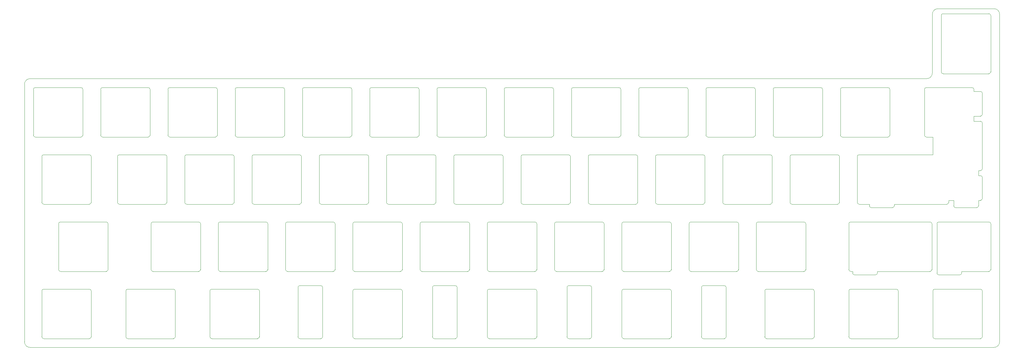
<source format=gm1>
%TF.GenerationSoftware,KiCad,Pcbnew,(5.1.4)-1*%
%TF.CreationDate,2023-05-14T00:20:17+08:00*%
%TF.ProjectId,plate,706c6174-652e-46b6-9963-61645f706362,rev?*%
%TF.SameCoordinates,Original*%
%TF.FileFunction,Profile,NP*%
%FSLAX46Y46*%
G04 Gerber Fmt 4.6, Leading zero omitted, Abs format (unit mm)*
G04 Created by KiCad (PCBNEW (5.1.4)-1) date 2023-05-14 00:20:17*
%MOMM*%
%LPD*%
G04 APERTURE LIST*
%ADD10C,0.050000*%
G04 APERTURE END LIST*
D10*
X273700000Y-17128124D02*
G75*
G02X273200000Y-17628124I-500000J0D01*
G01*
X260200000Y-17628124D02*
X273200000Y-17628124D01*
X260200000Y-17628124D02*
G75*
G02X259700000Y-17128124I0J500000D01*
G01*
X259700000Y-1128124D02*
X259700000Y-17128124D01*
X259700000Y-1128124D02*
G75*
G02X260200000Y-628124I500000J0D01*
G01*
X273200000Y-628124D02*
X260200000Y-628124D01*
X273200000Y-628124D02*
G75*
G02X273700000Y-1128124I0J-500000D01*
G01*
X273700000Y-17128124D02*
X273700000Y-1128124D01*
X10168750Y-59675000D02*
X23168750Y-59675000D01*
X9668749Y-60174999D02*
G75*
G02X10168750Y-59675000I500000J-1D01*
G01*
X9668750Y-73175000D02*
X9668749Y-60175000D01*
X10168750Y-73675000D02*
G75*
G02X9668750Y-73175000I0J500000D01*
G01*
X23168750Y-73675000D02*
X10168750Y-73675000D01*
X23668750Y-73175000D02*
G75*
G02X23168750Y-73675000I-500000J0D01*
G01*
X23668750Y-60175000D02*
X23668750Y-73175000D01*
X23168750Y-59675000D02*
G75*
G02X23668750Y-60175000I0J-500000D01*
G01*
X66531250Y-79225000D02*
X66531250Y-92225000D01*
X66031251Y-78724999D02*
G75*
G02X66531250Y-79225000I-1J-500000D01*
G01*
X53031250Y-78725000D02*
X66031250Y-78725000D01*
X52531250Y-79225000D02*
G75*
G02X53031250Y-78725000I500000J0D01*
G01*
X52531250Y-92225000D02*
X52531250Y-79225000D01*
X53031250Y-92725000D02*
G75*
G02X52531250Y-92225000I0J500000D01*
G01*
X66031250Y-92725000D02*
X53031250Y-92725000D01*
X66531250Y-92225000D02*
G75*
G02X66031250Y-92725000I-500000J0D01*
G01*
X87462500Y-59675000D02*
G75*
G02X87962500Y-60175000I0J-500000D01*
G01*
X87962500Y-73175000D02*
X87962500Y-60175000D01*
X87962500Y-73175000D02*
G75*
G02X87462500Y-73675000I-500000J0D01*
G01*
X74462500Y-73675000D02*
X87462500Y-73675000D01*
X74462500Y-73675000D02*
G75*
G02X73962500Y-73175000I0J500000D01*
G01*
X73962500Y-60175000D02*
X73962500Y-73175000D01*
X73962500Y-60174998D02*
G75*
G02X74462500Y-59675000I499999J-1D01*
G01*
X87462500Y-59675000D02*
X74462500Y-59675000D01*
X209693750Y-79225000D02*
G75*
G02X210193750Y-78725000I500000J0D01*
G01*
X223193750Y-78725000D02*
X210193750Y-78725000D01*
X223193751Y-78724999D02*
G75*
G02X223693750Y-79225000I-1J-500000D01*
G01*
X223693750Y-92225000D02*
X223693750Y-79225000D01*
X223693750Y-92225000D02*
G75*
G02X223193750Y-92725000I-500000J0D01*
G01*
X210193750Y-92725000D02*
X223193750Y-92725000D01*
X210193749Y-92724999D02*
G75*
G02X209693750Y-92225000I0J499999D01*
G01*
X209693750Y-79225000D02*
X209693750Y-92225000D01*
X93012499Y-73175000D02*
X93012499Y-60175000D01*
X93512500Y-73675001D02*
G75*
G02X93012499Y-73175000I0J500001D01*
G01*
X106512500Y-73675000D02*
X93512500Y-73675000D01*
X107012500Y-73175000D02*
G75*
G02X106512500Y-73675000I-500000J0D01*
G01*
X107012500Y-60175000D02*
X107012500Y-73175000D01*
X106512501Y-59674999D02*
G75*
G02X107012500Y-60175000I-1J-500000D01*
G01*
X93512500Y-59675000D02*
X106512500Y-59674999D01*
X93012499Y-60174999D02*
G75*
G02X93512500Y-59675000I500000J-1D01*
G01*
X198287500Y-40625000D02*
X211287500Y-40625000D01*
X197787500Y-41125000D02*
G75*
G02X198287500Y-40625000I500000J0D01*
G01*
X197787500Y-54125000D02*
X197787500Y-41125000D01*
X198287499Y-54624999D02*
G75*
G02X197787500Y-54125000I0J499999D01*
G01*
X211287500Y-54625000D02*
X198287500Y-54624999D01*
X211787501Y-54124999D02*
G75*
G02X211287500Y-54625000I-500001J0D01*
G01*
X211787500Y-41125000D02*
X211787500Y-54125000D01*
X211287501Y-40624999D02*
G75*
G02X211787500Y-41125000I-1J-500000D01*
G01*
X54912500Y-60175000D02*
G75*
G02X55412500Y-59675000I500000J0D01*
G01*
X68412500Y-59675000D02*
X55412500Y-59675000D01*
X68412501Y-59674999D02*
G75*
G02X68912500Y-60175000I-1J-500000D01*
G01*
X68912500Y-73175000D02*
X68912500Y-60175000D01*
X68912500Y-73175000D02*
G75*
G02X68412500Y-73675000I-500000J0D01*
G01*
X55412500Y-73675000D02*
X68412500Y-73675000D01*
X55412500Y-73675000D02*
G75*
G02X54912500Y-73175000I0J500000D01*
G01*
X54912500Y-60175000D02*
X54912500Y-73175000D01*
X270818751Y-78724999D02*
G75*
G02X271318750Y-79225000I-1J-500000D01*
G01*
X271318750Y-92225000D02*
X271318750Y-79225000D01*
X271318750Y-92225000D02*
G75*
G02X270818750Y-92725000I-500000J0D01*
G01*
X257818750Y-92725000D02*
X270818750Y-92725000D01*
X257818750Y-92725000D02*
G75*
G02X257318750Y-92225000I0J500000D01*
G01*
X257318750Y-79225000D02*
X257318750Y-92225000D01*
X257318750Y-79225000D02*
G75*
G02X257818750Y-78725000I500000J0D01*
G01*
X270818750Y-78725000D02*
X257818750Y-78725000D01*
X2524999Y-22074999D02*
G75*
G02X3025000Y-21575000I500000J-1D01*
G01*
X16024999Y-21574999D02*
X3025000Y-21575000D01*
X16024999Y-21574999D02*
G75*
G02X16525000Y-22075000I0J-500001D01*
G01*
X16524999Y-35075000D02*
X16525000Y-22075000D01*
X16524999Y-35075000D02*
G75*
G02X16024999Y-35575000I-500000J0D01*
G01*
X3024999Y-35575000D02*
X16024999Y-35575000D01*
X3024999Y-35575000D02*
G75*
G02X2524999Y-35075000I0J500000D01*
G01*
X2524999Y-22075000D02*
X2524999Y-35075000D01*
X198262500Y-92725000D02*
X192262500Y-92725000D01*
X198762500Y-92225000D02*
G75*
G02X198262500Y-92725000I-500000J0D01*
G01*
X198762500Y-78225000D02*
X198762500Y-92225000D01*
X198262501Y-77724999D02*
G75*
G02X198762500Y-78225000I-1J-500000D01*
G01*
X192262500Y-77725000D02*
X198262500Y-77725000D01*
X191762500Y-78225000D02*
G75*
G02X192262500Y-77725000I500000J0D01*
G01*
X191762500Y-92225000D02*
X191762500Y-78225000D01*
X192262500Y-92725000D02*
G75*
G02X191762500Y-92225000I0J500000D01*
G01*
X217337499Y-54624999D02*
G75*
G02X216837500Y-54125000I0J499999D01*
G01*
X216837500Y-41125000D02*
X216837500Y-54125000D01*
X216837500Y-41125000D02*
G75*
G02X217337500Y-40625000I500000J0D01*
G01*
X230337500Y-40624999D02*
X217337500Y-40625000D01*
X230337501Y-40624999D02*
G75*
G02X230837500Y-41125000I-1J-500000D01*
G01*
X230837500Y-54125000D02*
X230837500Y-41125000D01*
X230837501Y-54124999D02*
G75*
G02X230337500Y-54625000I-500001J0D01*
G01*
X217337500Y-54625000D02*
X230337500Y-54625000D01*
X84462500Y-78225000D02*
X84462500Y-92225000D01*
X83962499Y-77724999D02*
G75*
G02X84462500Y-78225000I0J-500001D01*
G01*
X77962500Y-77725000D02*
X83962499Y-77724999D01*
X77462500Y-78224998D02*
G75*
G02X77962500Y-77725000I499999J-1D01*
G01*
X77462500Y-92225000D02*
X77462500Y-78225000D01*
X77962500Y-92725000D02*
G75*
G02X77462500Y-92225000I0J500000D01*
G01*
X83962500Y-92725000D02*
X77962500Y-92725000D01*
X84462500Y-92224998D02*
G75*
G02X83962500Y-92725000I-500001J-1D01*
G01*
X122562500Y-78225000D02*
X122562500Y-92225000D01*
X122062500Y-77725000D02*
G75*
G02X122562500Y-78225000I0J-500000D01*
G01*
X116062500Y-77725000D02*
X122062500Y-77724999D01*
X115562501Y-78224999D02*
G75*
G02X116062500Y-77725000I499999J0D01*
G01*
X115562500Y-92225000D02*
X115562500Y-78225000D01*
X116062501Y-92724999D02*
G75*
G02X115562500Y-92225000I-1J500000D01*
G01*
X122062500Y-92725000D02*
X116062500Y-92725000D01*
X122562500Y-92224998D02*
G75*
G02X122062500Y-92725000I-500001J-1D01*
G01*
X93512501Y-92725000D02*
G75*
G02X93012499Y-92225000I-1J500001D01*
G01*
X93012499Y-79225000D02*
X93012499Y-92225000D01*
X93012499Y-79224999D02*
G75*
G02X93512500Y-78725000I500000J-1D01*
G01*
X106512500Y-78725000D02*
X93512500Y-78725000D01*
X106512500Y-78725000D02*
G75*
G02X107012500Y-79225000I0J-500000D01*
G01*
X107012500Y-92225000D02*
X107012500Y-79225000D01*
X107012500Y-92225000D02*
G75*
G02X106512500Y-92725000I-500000J0D01*
G01*
X93512500Y-92725000D02*
X106512500Y-92725000D01*
X64437500Y-54125000D02*
X64437500Y-41125000D01*
X64937500Y-54625000D02*
G75*
G02X64437500Y-54125000I0J500000D01*
G01*
X77937500Y-54625000D02*
X64937500Y-54625000D01*
X78437500Y-54125000D02*
G75*
G02X77937500Y-54625000I-500000J0D01*
G01*
X78437500Y-41125000D02*
X78437500Y-54125000D01*
X77937501Y-40624999D02*
G75*
G02X78437500Y-41125000I-1J-500000D01*
G01*
X64937500Y-40625000D02*
X77937500Y-40625000D01*
X64437500Y-41125000D02*
G75*
G02X64937500Y-40625000I500000J0D01*
G01*
X78725000Y-35075000D02*
X78725000Y-22075000D01*
X79225000Y-35575000D02*
G75*
G02X78725000Y-35075000I0J500000D01*
G01*
X92225000Y-35575000D02*
X79225000Y-35575000D01*
X92725000Y-35075000D02*
G75*
G02X92225000Y-35575000I-500000J0D01*
G01*
X92725000Y-22075000D02*
X92725000Y-35075000D01*
X92225000Y-21575000D02*
G75*
G02X92725000Y-22075000I0J-500000D01*
G01*
X79225000Y-21575000D02*
X92225000Y-21574999D01*
X78725001Y-22074999D02*
G75*
G02X79225000Y-21575000I499999J0D01*
G01*
X18406250Y-78725000D02*
G75*
G02X18906250Y-79225000I0J-500000D01*
G01*
X18906250Y-92225000D02*
X18906250Y-79225000D01*
X18906249Y-92224999D02*
G75*
G02X18406250Y-92725000I-500000J-1D01*
G01*
X5406249Y-92725000D02*
X18406250Y-92725000D01*
X5406249Y-92724999D02*
G75*
G02X4906250Y-92225000I0J499999D01*
G01*
X4906250Y-79225000D02*
X4906250Y-92225000D01*
X4906249Y-79225000D02*
G75*
G02X5406249Y-78725000I500000J0D01*
G01*
X18406250Y-78725000D02*
X5406249Y-78725000D01*
X182712501Y-78725000D02*
G75*
G02X183212499Y-79225000I-1J-499999D01*
G01*
X183212499Y-92225000D02*
X183212499Y-79225000D01*
X183212500Y-92224999D02*
G75*
G02X182712499Y-92725000I-500001J0D01*
G01*
X169712500Y-92725000D02*
X182712499Y-92725000D01*
X169712499Y-92724999D02*
G75*
G02X169212500Y-92225000I0J499999D01*
G01*
X169212500Y-79225000D02*
X169212500Y-92225000D01*
X169212500Y-79225000D02*
G75*
G02X169712500Y-78725000I500000J0D01*
G01*
X182712499Y-78725000D02*
X169712500Y-78725000D01*
X98275000Y-21575000D02*
X111275000Y-21574999D01*
X97775000Y-22074998D02*
G75*
G02X98275000Y-21575000I499999J-1D01*
G01*
X97775000Y-35075000D02*
X97775000Y-22075000D01*
X98275000Y-35575000D02*
G75*
G02X97775000Y-35075000I0J500000D01*
G01*
X111275000Y-35575000D02*
X98275000Y-35575000D01*
X111775000Y-35075000D02*
G75*
G02X111275000Y-35575000I-500000J0D01*
G01*
X111775000Y-22075000D02*
X111775000Y-35075000D01*
X111275000Y-21575000D02*
G75*
G02X111775000Y-22075000I0J-500000D01*
G01*
X21575000Y-22075000D02*
G75*
G02X22075000Y-21575000I500000J0D01*
G01*
X35075000Y-21575000D02*
X22075000Y-21575000D01*
X35075000Y-21575000D02*
G75*
G02X35575000Y-22075000I0J-500000D01*
G01*
X35575000Y-35075000D02*
X35575000Y-22075000D01*
X35575000Y-35075000D02*
G75*
G02X35075000Y-35575000I-500000J0D01*
G01*
X22075000Y-35575000D02*
X35075000Y-35575000D01*
X22075000Y-35575000D02*
G75*
G02X21575000Y-35075000I0J500000D01*
G01*
X21575000Y-22075000D02*
X21575000Y-35075000D01*
X247006251Y-78724999D02*
G75*
G02X247506250Y-79225000I-1J-500000D01*
G01*
X247506250Y-92225000D02*
X247506250Y-79225000D01*
X247506250Y-92225000D02*
G75*
G02X247006250Y-92725000I-500000J0D01*
G01*
X234006250Y-92725000D02*
X247006250Y-92725000D01*
X234006250Y-92725000D02*
G75*
G02X233506250Y-92225000I0J500000D01*
G01*
X233506250Y-79225000D02*
X233506250Y-92225000D01*
X233506250Y-79225000D02*
G75*
G02X234006250Y-78725000I500000J0D01*
G01*
X247006250Y-78725000D02*
X234006250Y-78725000D01*
X160662500Y-78225000D02*
X160662499Y-92225000D01*
X160162499Y-77724999D02*
G75*
G02X160662500Y-78225000I0J-500001D01*
G01*
X154162500Y-77725000D02*
X160162500Y-77724999D01*
X153662501Y-78224999D02*
G75*
G02X154162500Y-77725000I499999J0D01*
G01*
X153662500Y-92225000D02*
X153662500Y-78225000D01*
X154162500Y-92725000D02*
G75*
G02X153662500Y-92225000I0J500000D01*
G01*
X160162500Y-92725000D02*
X154162500Y-92725000D01*
X160662499Y-92224999D02*
G75*
G02X160162500Y-92725000I-500000J-1D01*
G01*
X54125000Y-21575000D02*
G75*
G02X54625000Y-22075000I0J-500000D01*
G01*
X54625000Y-35075000D02*
X54625000Y-22075000D01*
X54625000Y-35075000D02*
G75*
G02X54125000Y-35575000I-500000J0D01*
G01*
X41125000Y-35575000D02*
X54125000Y-35575000D01*
X41125000Y-35575000D02*
G75*
G02X40625000Y-35075000I0J500000D01*
G01*
X40625000Y-22075000D02*
X40625000Y-35075000D01*
X40625000Y-22075000D02*
G75*
G02X41125000Y-21575000I500000J0D01*
G01*
X54125000Y-21575000D02*
X41125000Y-21575000D01*
X59675000Y-35075000D02*
X59675000Y-22075000D01*
X60175000Y-35575000D02*
G75*
G02X59675000Y-35075000I0J500000D01*
G01*
X73175000Y-35575000D02*
X60175000Y-35575000D01*
X73675000Y-35075000D02*
G75*
G02X73175000Y-35575000I-500000J0D01*
G01*
X73675000Y-22075000D02*
X73675000Y-35075000D01*
X73174999Y-21574999D02*
G75*
G02X73675000Y-22075000I0J-500001D01*
G01*
X60175000Y-21575000D02*
X73174999Y-21575000D01*
X59675001Y-22074999D02*
G75*
G02X60175000Y-21575000I499999J0D01*
G01*
X144612500Y-92725000D02*
X131612500Y-92725000D01*
X145112500Y-92224998D02*
G75*
G02X144612500Y-92725000I-500001J-1D01*
G01*
X145112500Y-79225000D02*
X145112500Y-92225000D01*
X144612499Y-78724999D02*
G75*
G02X145112500Y-79225000I0J-500001D01*
G01*
X131612500Y-78725000D02*
X144612500Y-78724999D01*
X131112501Y-79224999D02*
G75*
G02X131612500Y-78725000I499999J0D01*
G01*
X131112500Y-92225000D02*
X131112500Y-79225000D01*
X131612500Y-92725000D02*
G75*
G02X131112500Y-92225000I0J500000D01*
G01*
X112062499Y-60174999D02*
G75*
G02X112562500Y-59675000I500000J-1D01*
G01*
X125562500Y-59675000D02*
X112562500Y-59675000D01*
X125562499Y-59674999D02*
G75*
G02X126062500Y-60175000I0J-500001D01*
G01*
X126062500Y-73175000D02*
X126062500Y-60175000D01*
X126062500Y-73175000D02*
G75*
G02X125562500Y-73675000I-500000J0D01*
G01*
X112562500Y-73675000D02*
X125562500Y-73675000D01*
X112562500Y-73675000D02*
G75*
G02X112062500Y-73175000I0J500000D01*
G01*
X112062500Y-60175000D02*
X112062500Y-73175000D01*
X141137500Y-40625000D02*
X154137500Y-40624999D01*
X140637500Y-41125000D02*
G75*
G02X141137500Y-40625000I500000J0D01*
G01*
X140637500Y-54125000D02*
X140637500Y-41125000D01*
X141137500Y-54625000D02*
G75*
G02X140637500Y-54125000I0J500000D01*
G01*
X154137500Y-54625000D02*
X141137500Y-54625000D01*
X154637501Y-54124999D02*
G75*
G02X154137500Y-54625000I-500001J0D01*
G01*
X154637500Y-41125000D02*
X154637500Y-54125000D01*
X154137500Y-40625000D02*
G75*
G02X154637500Y-41125000I0J-500000D01*
G01*
X256531250Y-59675000D02*
G75*
G02X257031250Y-60175000I0J-500000D01*
G01*
X257031250Y-73175000D02*
X257031250Y-60175000D01*
X257031250Y-73174998D02*
G75*
G02X256531250Y-73675000I-500001J-1D01*
G01*
X241593250Y-73675000D02*
X256531250Y-73675000D01*
X241593250Y-74175000D02*
X241593250Y-73675000D01*
X241593250Y-74175000D02*
G75*
G02X241093250Y-74675000I-500000J0D01*
G01*
X235093250Y-74675000D02*
X241093250Y-74675000D01*
X235093250Y-74675000D02*
G75*
G02X234593250Y-74175000I0J500000D01*
G01*
X234593250Y-73675000D02*
X234593250Y-74175000D01*
X234006250Y-73675000D02*
X234593250Y-73675000D01*
X234006250Y-73675000D02*
G75*
G02X233506250Y-73175000I0J500000D01*
G01*
X233506250Y-60175000D02*
X233506250Y-73175000D01*
X233506250Y-60175000D02*
G75*
G02X234006250Y-59675000I500000J0D01*
G01*
X256531250Y-59675000D02*
X234006250Y-59675000D01*
X273700000Y-73174998D02*
G75*
G02X273200000Y-73675000I-500001J-1D01*
G01*
X265469250Y-73675000D02*
X273200000Y-73675000D01*
X265469250Y-74175000D02*
X265469250Y-73675000D01*
X265469250Y-74175000D02*
G75*
G02X264969250Y-74675000I-500000J0D01*
G01*
X258969250Y-74675000D02*
X264969250Y-74675000D01*
X258969249Y-74674999D02*
G75*
G02X258469250Y-74175000I0J499999D01*
G01*
X258469250Y-60175000D02*
X258469250Y-74175000D01*
X258469250Y-60175000D02*
G75*
G02X258969250Y-59675000I500000J0D01*
G01*
X273200000Y-59675000D02*
X258969250Y-59675000D01*
X273200001Y-59674999D02*
G75*
G02X273700000Y-60175000I-1J-500000D01*
G01*
X273700000Y-73175000D02*
X273700000Y-60175000D01*
X179237499Y-54624999D02*
G75*
G02X178737500Y-54125000I0J499999D01*
G01*
X178737500Y-41125000D02*
X178737500Y-54125000D01*
X178737500Y-41125000D02*
G75*
G02X179237500Y-40625000I500000J0D01*
G01*
X192237500Y-40625000D02*
X179237500Y-40625000D01*
X192237501Y-40624999D02*
G75*
G02X192737500Y-41125000I-1J-500000D01*
G01*
X192737500Y-54125000D02*
X192737500Y-41125000D01*
X192737500Y-54124998D02*
G75*
G02X192237500Y-54625000I-500001J-1D01*
G01*
X179237500Y-54625000D02*
X192237500Y-54625000D01*
X36362500Y-73675000D02*
G75*
G02X35862500Y-73175000I0J500000D01*
G01*
X35862500Y-60175000D02*
X35862500Y-73175000D01*
X35862500Y-60174998D02*
G75*
G02X36362500Y-59675000I499999J-1D01*
G01*
X49362500Y-59675000D02*
X36362500Y-59675000D01*
X49362500Y-59675000D02*
G75*
G02X49862500Y-60175000I0J-500000D01*
G01*
X49862500Y-73175000D02*
X49862500Y-60175000D01*
X49862500Y-73175000D02*
G75*
G02X49362500Y-73675000I-500000J0D01*
G01*
X36362500Y-73675000D02*
X49362500Y-73675000D01*
X145112500Y-60175000D02*
X145112500Y-73175000D01*
X144612499Y-59674999D02*
G75*
G02X145112500Y-60175000I0J-500001D01*
G01*
X131612500Y-59675000D02*
X144612500Y-59674999D01*
X131112501Y-60174999D02*
G75*
G02X131612500Y-59675000I499999J0D01*
G01*
X131112500Y-73175000D02*
X131112500Y-60175000D01*
X131612500Y-73675000D02*
G75*
G02X131112500Y-73175000I0J500000D01*
G01*
X144612500Y-73675000D02*
X131612500Y-73675000D01*
X145112500Y-73175000D02*
G75*
G02X144612500Y-73675000I-500000J0D01*
G01*
X116537500Y-54125000D02*
G75*
G02X116037500Y-54625000I-500000J0D01*
G01*
X103037500Y-54625000D02*
X116037500Y-54625000D01*
X103037501Y-54624999D02*
G75*
G02X102537500Y-54125000I-1J500000D01*
G01*
X102537500Y-41125000D02*
X102537500Y-54125000D01*
X102537500Y-41125000D02*
G75*
G02X103037500Y-40625000I500000J0D01*
G01*
X116037500Y-40625000D02*
X103037500Y-40625000D01*
X116037499Y-40624999D02*
G75*
G02X116537500Y-41125000I0J-500001D01*
G01*
X116537500Y-54125000D02*
X116537500Y-41125000D01*
X207312500Y-60175000D02*
G75*
G02X207812500Y-59675000I500000J0D01*
G01*
X220812500Y-59675000D02*
X207812500Y-59675000D01*
X220812501Y-59674999D02*
G75*
G02X221312500Y-60175000I-1J-500000D01*
G01*
X221312500Y-73175000D02*
X221312500Y-60175000D01*
X221312500Y-73174998D02*
G75*
G02X220812500Y-73675000I-500001J-1D01*
G01*
X207812500Y-73675000D02*
X220812500Y-73675000D01*
X207812499Y-73674999D02*
G75*
G02X207312500Y-73175000I0J499999D01*
G01*
X207312500Y-60175000D02*
X207312500Y-73175000D01*
X42218750Y-92725000D02*
X29218750Y-92725000D01*
X42718749Y-92224999D02*
G75*
G02X42218750Y-92725000I-500000J-1D01*
G01*
X42718750Y-79225000D02*
X42718750Y-92225000D01*
X42218750Y-78725000D02*
G75*
G02X42718750Y-79225000I0J-500000D01*
G01*
X29218750Y-78725000D02*
X42218750Y-78725000D01*
X28718749Y-79224999D02*
G75*
G02X29218750Y-78725000I500000J-1D01*
G01*
X28718750Y-92225000D02*
X28718749Y-79225000D01*
X29218749Y-92724999D02*
G75*
G02X28718750Y-92225000I0J499999D01*
G01*
X169212500Y-60175000D02*
G75*
G02X169712500Y-59675000I500000J0D01*
G01*
X182712500Y-59675000D02*
X169712500Y-59675000D01*
X182712501Y-59674999D02*
G75*
G02X183212500Y-60175000I-1J-500000D01*
G01*
X183212500Y-73175000D02*
X183212500Y-60175000D01*
X183212500Y-73174998D02*
G75*
G02X182712500Y-73675000I-500001J-1D01*
G01*
X169712500Y-73675000D02*
X182712500Y-73675000D01*
X169712499Y-73674999D02*
G75*
G02X169212500Y-73175000I0J499999D01*
G01*
X169212500Y-60175000D02*
X169212500Y-73175000D01*
X150662500Y-59675000D02*
X163662500Y-59675000D01*
X150162501Y-60174999D02*
G75*
G02X150662500Y-59675000I499999J0D01*
G01*
X150162500Y-73175000D02*
X150162500Y-60175000D01*
X150662500Y-73675000D02*
G75*
G02X150162500Y-73175000I0J500000D01*
G01*
X163662500Y-73675000D02*
X150662500Y-73675000D01*
X164162500Y-73174998D02*
G75*
G02X163662500Y-73675000I-500001J-1D01*
G01*
X164162500Y-60175000D02*
X164162499Y-73175000D01*
X163662501Y-59674999D02*
G75*
G02X164162500Y-60175000I-1J-500000D01*
G01*
X202262500Y-73174998D02*
G75*
G02X201762500Y-73675000I-500001J-1D01*
G01*
X188762500Y-73675000D02*
X201762500Y-73675000D01*
X188762499Y-73674999D02*
G75*
G02X188262500Y-73175000I0J499999D01*
G01*
X188262500Y-60175000D02*
X188262500Y-73175000D01*
X188262500Y-60175000D02*
G75*
G02X188762500Y-59675000I500000J0D01*
G01*
X201762500Y-59675000D02*
X188762500Y-59675000D01*
X201762501Y-59674999D02*
G75*
G02X202262500Y-60175000I-1J-500000D01*
G01*
X202262500Y-73175000D02*
X202262500Y-60175000D01*
X159687500Y-41125000D02*
G75*
G02X160187500Y-40625000I500000J0D01*
G01*
X173187500Y-40625000D02*
X160187500Y-40625000D01*
X173187501Y-40624999D02*
G75*
G02X173687500Y-41125000I-1J-500000D01*
G01*
X173687500Y-54125000D02*
X173687500Y-41125000D01*
X173687500Y-54124998D02*
G75*
G02X173187500Y-54625000I-500001J-1D01*
G01*
X160187500Y-54625000D02*
X173187500Y-54625000D01*
X160187500Y-54625000D02*
G75*
G02X159687500Y-54125000I0J500000D01*
G01*
X159687500Y-41125000D02*
X159687500Y-54125000D01*
X5406249Y-40625000D02*
X18406250Y-40625000D01*
X4906250Y-41125001D02*
G75*
G02X5406249Y-40625000I500000J1D01*
G01*
X4906250Y-54125000D02*
X4906250Y-41125000D01*
X5406249Y-54624999D02*
G75*
G02X4906250Y-54125000I0J499999D01*
G01*
X18406250Y-54625000D02*
X5406249Y-54625000D01*
X18906250Y-54125000D02*
G75*
G02X18406250Y-54625000I-500000J0D01*
G01*
X18906250Y-41125000D02*
X18906250Y-54125000D01*
X18406250Y-40625000D02*
G75*
G02X18906250Y-41125000I0J-500000D01*
G01*
X135587500Y-54125000D02*
G75*
G02X135087500Y-54625000I-500000J0D01*
G01*
X122087500Y-54625000D02*
X135087500Y-54625000D01*
X122087501Y-54624999D02*
G75*
G02X121587500Y-54125000I-1J500000D01*
G01*
X121587500Y-41125000D02*
X121587500Y-54125000D01*
X121587500Y-41125000D02*
G75*
G02X122087500Y-40625000I500000J0D01*
G01*
X135087500Y-40625000D02*
X122087500Y-40625000D01*
X135087499Y-40624999D02*
G75*
G02X135587500Y-41125000I0J-500001D01*
G01*
X135587500Y-54125000D02*
X135587500Y-41125000D01*
X40337500Y-54125000D02*
G75*
G02X39837500Y-54625000I-500000J0D01*
G01*
X26837500Y-54625000D02*
X39837500Y-54625000D01*
X26837499Y-54624999D02*
G75*
G02X26337500Y-54125000I0J499999D01*
G01*
X26337500Y-41125000D02*
X26337500Y-54125000D01*
X26337500Y-41125000D02*
G75*
G02X26837500Y-40625000I500000J0D01*
G01*
X39837500Y-40625000D02*
X26837500Y-40625000D01*
X39837501Y-40624999D02*
G75*
G02X40337500Y-41125000I-1J-500000D01*
G01*
X40337500Y-54125000D02*
X40337500Y-41125000D01*
X136375001Y-35574999D02*
G75*
G02X135875000Y-35075000I-1J500000D01*
G01*
X135875000Y-22075000D02*
X135875000Y-35075000D01*
X135875000Y-22075000D02*
G75*
G02X136375000Y-21575000I500000J0D01*
G01*
X149375000Y-21574999D02*
X136375000Y-21575000D01*
X149375001Y-21574999D02*
G75*
G02X149875000Y-22075000I-1J-500000D01*
G01*
X149875000Y-35075000D02*
X149875000Y-22075000D01*
X149875000Y-35075000D02*
G75*
G02X149375000Y-35575000I-500000J0D01*
G01*
X136375000Y-35575000D02*
X149375000Y-35575000D01*
X206525001Y-21574999D02*
G75*
G02X207025000Y-22075000I-1J-500000D01*
G01*
X207025000Y-35075000D02*
X207025000Y-22075000D01*
X207025001Y-35074999D02*
G75*
G02X206525000Y-35575000I-500001J0D01*
G01*
X193525000Y-35575000D02*
X206525000Y-35575000D01*
X193525000Y-35575000D02*
G75*
G02X193025000Y-35075000I0J500000D01*
G01*
X193025000Y-22075000D02*
X193025000Y-35075000D01*
X193025000Y-22075000D02*
G75*
G02X193525000Y-21575000I500000J0D01*
G01*
X206525000Y-21575000D02*
X193525000Y-21575000D01*
X254937500Y-22075000D02*
G75*
G02X255437500Y-21575000I500000J0D01*
G01*
X268437500Y-21574999D02*
X255437500Y-21575000D01*
X268437501Y-21574999D02*
G75*
G02X268937500Y-22075000I-1J-500000D01*
G01*
X268937500Y-22662000D02*
X268937500Y-22075000D01*
X270818750Y-22662000D02*
X268937500Y-22662000D01*
X270818751Y-22661999D02*
G75*
G02X271318750Y-23162000I-1J-500000D01*
G01*
X271318750Y-29162000D02*
X271318750Y-23162000D01*
X271318750Y-29161998D02*
G75*
G02X270818750Y-29662000I-500001J-1D01*
G01*
X268937500Y-29662000D02*
X270818750Y-29662000D01*
X268937500Y-31100000D02*
X268937500Y-29662000D01*
X270818750Y-31099999D02*
X268937500Y-31100000D01*
X270818751Y-31099999D02*
G75*
G02X271318750Y-31600000I-1J-500000D01*
G01*
X271318750Y-44600000D02*
X271318750Y-31600000D01*
X271318749Y-44599998D02*
G75*
G02X270818750Y-45099999I-500000J-1D01*
G01*
X270231750Y-45100000D02*
X270818750Y-45099999D01*
X270231750Y-46538000D02*
X270231750Y-45100000D01*
X270818750Y-46538000D02*
X270231750Y-46538000D01*
X270818751Y-46537999D02*
G75*
G02X271318750Y-47038000I-1J-500000D01*
G01*
X271318750Y-53038000D02*
X271318750Y-47038000D01*
X271318750Y-53037998D02*
G75*
G02X270818750Y-53538000I-500001J-1D01*
G01*
X270231750Y-53538000D02*
X270818750Y-53538000D01*
X270231750Y-55125000D02*
X270231750Y-53538000D01*
X270231750Y-55124998D02*
G75*
G02X269731750Y-55625000I-500001J-1D01*
G01*
X263731749Y-55625000D02*
X269731750Y-55625000D01*
X263731749Y-55625000D02*
G75*
G02X263231749Y-55125000I0J500000D01*
G01*
X263231749Y-53538000D02*
X263231749Y-55125000D01*
X261793750Y-53538000D02*
X263231749Y-53538000D01*
X261793750Y-54125000D02*
X261793750Y-53538000D01*
X261793751Y-54124999D02*
G75*
G02X261293750Y-54625000I-500001J0D01*
G01*
X246355750Y-54625000D02*
X261293750Y-54625000D01*
X246355750Y-55125000D02*
X246355750Y-54625000D01*
X246355751Y-55124999D02*
G75*
G02X245855750Y-55625000I-500001J0D01*
G01*
X239855750Y-55625000D02*
X245855750Y-55625000D01*
X239855749Y-55624999D02*
G75*
G02X239355750Y-55125000I0J499999D01*
G01*
X239355750Y-54625000D02*
X239355750Y-55125000D01*
X236387500Y-54625000D02*
X239355750Y-54625000D01*
X236387500Y-54625000D02*
G75*
G02X235887500Y-54125000I0J500000D01*
G01*
X235887500Y-41125000D02*
X235887500Y-54125000D01*
X235887500Y-41125000D02*
G75*
G02X236387500Y-40625000I500000J0D01*
G01*
X257318750Y-40625000D02*
X236387500Y-40625000D01*
X257318750Y-35575000D02*
X257318750Y-40625000D01*
X255437500Y-35575000D02*
X257318750Y-35575000D01*
X255437500Y-35575000D02*
G75*
G02X254937500Y-35075000I0J500000D01*
G01*
X254937500Y-22075000D02*
X254937500Y-35075000D01*
X168925000Y-35074998D02*
G75*
G02X168425000Y-35575000I-500001J-1D01*
G01*
X155425000Y-35575000D02*
X168425000Y-35575000D01*
X155425001Y-35574999D02*
G75*
G02X154925000Y-35075000I-1J500000D01*
G01*
X154925000Y-22075000D02*
X154925000Y-35075000D01*
X154925000Y-22075000D02*
G75*
G02X155425000Y-21575000I500000J0D01*
G01*
X168425000Y-21574999D02*
X155425000Y-21575000D01*
X168425001Y-21574999D02*
G75*
G02X168925000Y-22075000I-1J-500000D01*
G01*
X168925000Y-35075000D02*
X168925000Y-22075000D01*
X173975000Y-35075000D02*
X173975000Y-22075000D01*
X174475000Y-35575000D02*
G75*
G02X173975000Y-35075000I0J500000D01*
G01*
X187475000Y-35575000D02*
X174475000Y-35575000D01*
X187975001Y-35074999D02*
G75*
G02X187475000Y-35575000I-500001J0D01*
G01*
X187975000Y-22075000D02*
X187975000Y-35075000D01*
X187475001Y-21574999D02*
G75*
G02X187975000Y-22075000I-1J-500000D01*
G01*
X174475000Y-21575000D02*
X187475000Y-21574999D01*
X173975000Y-22075000D02*
G75*
G02X174475000Y-21575000I500000J0D01*
G01*
X58887500Y-40625000D02*
G75*
G02X59387500Y-41125000I0J-500000D01*
G01*
X59387500Y-54125000D02*
X59387500Y-41125000D01*
X59387500Y-54125000D02*
G75*
G02X58887500Y-54625000I-500000J0D01*
G01*
X45887500Y-54625000D02*
X58887500Y-54625000D01*
X45887500Y-54625000D02*
G75*
G02X45387500Y-54125000I0J500000D01*
G01*
X45387500Y-41125000D02*
X45387500Y-54125000D01*
X45387500Y-41125000D02*
G75*
G02X45887500Y-40625000I500000J0D01*
G01*
X58887500Y-40625000D02*
X45887500Y-40625000D01*
X244625001Y-21574999D02*
G75*
G02X245125000Y-22075000I-1J-500000D01*
G01*
X245125000Y-35075000D02*
X245125000Y-22075000D01*
X245125001Y-35074999D02*
G75*
G02X244625000Y-35575000I-500001J0D01*
G01*
X231625000Y-35575000D02*
X244625000Y-35575000D01*
X231625000Y-35575000D02*
G75*
G02X231125000Y-35075000I0J500000D01*
G01*
X231125000Y-22075000D02*
X231125000Y-35075000D01*
X231125000Y-22075000D02*
G75*
G02X231625000Y-21575000I500000J0D01*
G01*
X244625000Y-21575000D02*
X231625000Y-21575000D01*
X130324999Y-21575000D02*
G75*
G02X130824999Y-22075000I0J-500000D01*
G01*
X130824999Y-35075000D02*
X130824999Y-22075000D01*
X130824999Y-35075000D02*
G75*
G02X130324999Y-35575000I-500000J0D01*
G01*
X117325000Y-35575000D02*
X130324999Y-35575000D01*
X117325000Y-35575000D02*
G75*
G02X116825000Y-35075000I0J500000D01*
G01*
X116825000Y-22075000D02*
X116825000Y-35075000D01*
X116825001Y-22074999D02*
G75*
G02X117325000Y-21575000I499999J0D01*
G01*
X130324999Y-21575000D02*
X117325000Y-21575000D01*
X96987500Y-40625000D02*
G75*
G02X97487500Y-41125000I0J-500000D01*
G01*
X97487500Y-54125000D02*
X97487500Y-41125000D01*
X97487501Y-54124999D02*
G75*
G02X96987500Y-54625000I-500001J0D01*
G01*
X83987500Y-54625000D02*
X96987500Y-54625000D01*
X83987499Y-54625000D02*
G75*
G02X83487499Y-54125000I0J500000D01*
G01*
X83487499Y-41125000D02*
X83487499Y-54125000D01*
X83487499Y-41124999D02*
G75*
G02X83987500Y-40625000I500000J-1D01*
G01*
X96987500Y-40625000D02*
X83987500Y-40625000D01*
X226075000Y-22075000D02*
X226075000Y-35075000D01*
X225575001Y-21574999D02*
G75*
G02X226075000Y-22075000I-1J-500000D01*
G01*
X212575000Y-21575000D02*
X225575000Y-21574999D01*
X212075000Y-22075000D02*
G75*
G02X212575000Y-21575000I500000J0D01*
G01*
X212075000Y-35075000D02*
X212075000Y-22075000D01*
X212575000Y-35575000D02*
G75*
G02X212075000Y-35075000I0J500000D01*
G01*
X225575000Y-35575000D02*
X212575000Y-35575000D01*
X226075001Y-35074999D02*
G75*
G02X225575000Y-35575000I-500001J0D01*
G01*
X276225000Y-793750D02*
X276225000Y-93662500D01*
X274637501Y793751D02*
G75*
G02X276225000Y-793750I-1J-1587500D01*
G01*
X258762500Y793750D02*
X274637500Y793750D01*
X257175000Y-793750D02*
G75*
G02X258762500Y793750I1587500J0D01*
G01*
X257175000Y-17462500D02*
X257175000Y-793749D01*
X257175000Y-17462500D02*
G75*
G02X255587500Y-19050000I-1587500J0D01*
G01*
X1587499Y-19049999D02*
X255587500Y-19050000D01*
X-1Y-20637499D02*
G75*
G02X1587499Y-19049999I1587500J0D01*
G01*
X0Y-93662500D02*
X0Y-20637500D01*
X1587499Y-95249999D02*
G75*
G02X0Y-93662500I0J1587499D01*
G01*
X274637500Y-95250000D02*
X1587500Y-95250000D01*
X276225000Y-93662500D02*
G75*
G02X274637500Y-95250000I-1587500J0D01*
G01*
M02*

</source>
